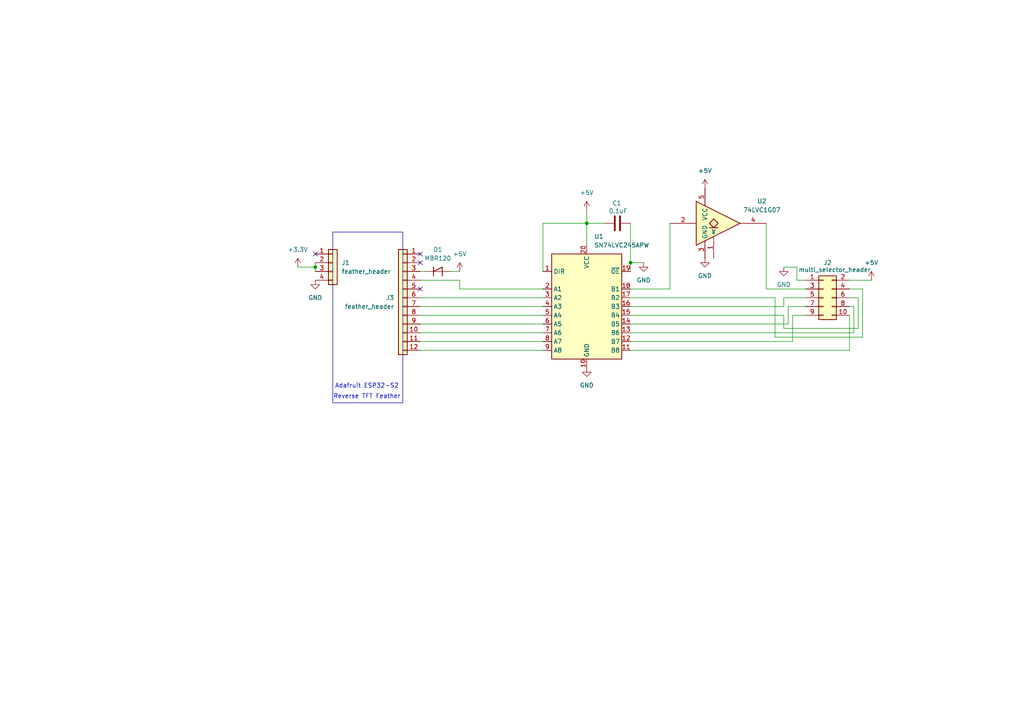
<source format=kicad_sch>
(kicad_sch
	(version 20250114)
	(generator "eeschema")
	(generator_version "9.0")
	(uuid "6a0221b3-4f18-4326-ad72-8b10c015d384")
	(paper "A4")
	(lib_symbols
		(symbol "74xGxx:74LVC1G07"
			(exclude_from_sim no)
			(in_bom yes)
			(on_board yes)
			(property "Reference" "U"
				(at 0 7.62 0)
				(effects
					(font
						(size 1.27 1.27)
					)
				)
			)
			(property "Value" "74LVC1G07"
				(at 3.81 -7.62 0)
				(effects
					(font
						(size 1.27 1.27)
					)
				)
			)
			(property "Footprint" ""
				(at 0 0 0)
				(effects
					(font
						(size 1.27 1.27)
					)
					(hide yes)
				)
			)
			(property "Datasheet" "https://www.ti.com/lit/ds/symlink/sn74lvc1g07.pdf"
				(at 0 0 0)
				(effects
					(font
						(size 1.27 1.27)
					)
					(hide yes)
				)
			)
			(property "Description" "Single Buffer Gate, Open Drain, Low-Voltage CMOS"
				(at 0 0 0)
				(effects
					(font
						(size 1.27 1.27)
					)
					(hide yes)
				)
			)
			(property "ki_keywords" "Single Gate Buff LVC CMOS Open Drain"
				(at 0 0 0)
				(effects
					(font
						(size 1.27 1.27)
					)
					(hide yes)
				)
			)
			(property "ki_fp_filters" "SOT?23* Texas?R-PDSO-G5?DCK* Texas?R-PDSO-N5?DRL* Texas?X2SON*0.8x0.8mm*P0.48mm*"
				(at 0 0 0)
				(effects
					(font
						(size 1.27 1.27)
					)
					(hide yes)
				)
			)
			(symbol "74LVC1G07_0_1"
				(polyline
					(pts
						(xy -7.62 6.35) (xy -7.62 -6.35) (xy 5.08 0) (xy -7.62 6.35)
					)
					(stroke
						(width 0.254)
						(type default)
					)
					(fill
						(type background)
					)
				)
				(polyline
					(pts
						(xy -3.81 -1.27) (xy -1.27 -1.27)
					)
					(stroke
						(width 0.254)
						(type default)
					)
					(fill
						(type background)
					)
				)
				(polyline
					(pts
						(xy -2.54 1.27) (xy -3.81 0) (xy -2.54 -1.27) (xy -1.27 0) (xy -2.54 1.27)
					)
					(stroke
						(width 0.254)
						(type default)
					)
					(fill
						(type background)
					)
				)
			)
			(symbol "74LVC1G07_1_1"
				(pin input line
					(at -15.24 0 0)
					(length 7.62)
					(name "~"
						(effects
							(font
								(size 1.27 1.27)
							)
						)
					)
					(number "2"
						(effects
							(font
								(size 1.27 1.27)
							)
						)
					)
				)
				(pin power_in line
					(at -5.08 10.16 270)
					(length 5.08)
					(name "VCC"
						(effects
							(font
								(size 1.27 1.27)
							)
						)
					)
					(number "5"
						(effects
							(font
								(size 1.27 1.27)
							)
						)
					)
				)
				(pin power_in line
					(at -5.08 -10.16 90)
					(length 5.08)
					(name "GND"
						(effects
							(font
								(size 1.27 1.27)
							)
						)
					)
					(number "3"
						(effects
							(font
								(size 1.27 1.27)
							)
						)
					)
				)
				(pin free line
					(at -2.54 -10.16 90)
					(length 6.35)
					(name "NC"
						(effects
							(font
								(size 0.762 0.762)
							)
						)
					)
					(number "1"
						(effects
							(font
								(size 1.27 1.27)
							)
						)
					)
				)
				(pin open_collector line
					(at 12.7 0 180)
					(length 7.62)
					(name "~"
						(effects
							(font
								(size 1.27 1.27)
							)
						)
					)
					(number "4"
						(effects
							(font
								(size 1.27 1.27)
							)
						)
					)
				)
			)
			(embedded_fonts no)
		)
		(symbol "Connector_Generic:Conn_01x04"
			(pin_names
				(offset 1.016)
				(hide yes)
			)
			(exclude_from_sim no)
			(in_bom yes)
			(on_board yes)
			(property "Reference" "J"
				(at 0 5.08 0)
				(effects
					(font
						(size 1.27 1.27)
					)
				)
			)
			(property "Value" "Conn_01x04"
				(at 0 -7.62 0)
				(effects
					(font
						(size 1.27 1.27)
					)
				)
			)
			(property "Footprint" ""
				(at 0 0 0)
				(effects
					(font
						(size 1.27 1.27)
					)
					(hide yes)
				)
			)
			(property "Datasheet" "~"
				(at 0 0 0)
				(effects
					(font
						(size 1.27 1.27)
					)
					(hide yes)
				)
			)
			(property "Description" "Generic connector, single row, 01x04, script generated (kicad-library-utils/schlib/autogen/connector/)"
				(at 0 0 0)
				(effects
					(font
						(size 1.27 1.27)
					)
					(hide yes)
				)
			)
			(property "ki_keywords" "connector"
				(at 0 0 0)
				(effects
					(font
						(size 1.27 1.27)
					)
					(hide yes)
				)
			)
			(property "ki_fp_filters" "Connector*:*_1x??_*"
				(at 0 0 0)
				(effects
					(font
						(size 1.27 1.27)
					)
					(hide yes)
				)
			)
			(symbol "Conn_01x04_1_1"
				(rectangle
					(start -1.27 3.81)
					(end 1.27 -6.35)
					(stroke
						(width 0.254)
						(type default)
					)
					(fill
						(type background)
					)
				)
				(rectangle
					(start -1.27 2.667)
					(end 0 2.413)
					(stroke
						(width 0.1524)
						(type default)
					)
					(fill
						(type none)
					)
				)
				(rectangle
					(start -1.27 0.127)
					(end 0 -0.127)
					(stroke
						(width 0.1524)
						(type default)
					)
					(fill
						(type none)
					)
				)
				(rectangle
					(start -1.27 -2.413)
					(end 0 -2.667)
					(stroke
						(width 0.1524)
						(type default)
					)
					(fill
						(type none)
					)
				)
				(rectangle
					(start -1.27 -4.953)
					(end 0 -5.207)
					(stroke
						(width 0.1524)
						(type default)
					)
					(fill
						(type none)
					)
				)
				(pin passive line
					(at -5.08 2.54 0)
					(length 3.81)
					(name "Pin_1"
						(effects
							(font
								(size 1.27 1.27)
							)
						)
					)
					(number "1"
						(effects
							(font
								(size 1.27 1.27)
							)
						)
					)
				)
				(pin passive line
					(at -5.08 0 0)
					(length 3.81)
					(name "Pin_2"
						(effects
							(font
								(size 1.27 1.27)
							)
						)
					)
					(number "2"
						(effects
							(font
								(size 1.27 1.27)
							)
						)
					)
				)
				(pin passive line
					(at -5.08 -2.54 0)
					(length 3.81)
					(name "Pin_3"
						(effects
							(font
								(size 1.27 1.27)
							)
						)
					)
					(number "3"
						(effects
							(font
								(size 1.27 1.27)
							)
						)
					)
				)
				(pin passive line
					(at -5.08 -5.08 0)
					(length 3.81)
					(name "Pin_4"
						(effects
							(font
								(size 1.27 1.27)
							)
						)
					)
					(number "4"
						(effects
							(font
								(size 1.27 1.27)
							)
						)
					)
				)
			)
			(embedded_fonts no)
		)
		(symbol "Connector_Generic:Conn_01x12"
			(pin_names
				(offset 1.016)
				(hide yes)
			)
			(exclude_from_sim no)
			(in_bom yes)
			(on_board yes)
			(property "Reference" "J"
				(at 0 15.24 0)
				(effects
					(font
						(size 1.27 1.27)
					)
				)
			)
			(property "Value" "Conn_01x12"
				(at 0 -17.78 0)
				(effects
					(font
						(size 1.27 1.27)
					)
				)
			)
			(property "Footprint" ""
				(at 0 0 0)
				(effects
					(font
						(size 1.27 1.27)
					)
					(hide yes)
				)
			)
			(property "Datasheet" "~"
				(at 0 0 0)
				(effects
					(font
						(size 1.27 1.27)
					)
					(hide yes)
				)
			)
			(property "Description" "Generic connector, single row, 01x12, script generated (kicad-library-utils/schlib/autogen/connector/)"
				(at 0 0 0)
				(effects
					(font
						(size 1.27 1.27)
					)
					(hide yes)
				)
			)
			(property "ki_keywords" "connector"
				(at 0 0 0)
				(effects
					(font
						(size 1.27 1.27)
					)
					(hide yes)
				)
			)
			(property "ki_fp_filters" "Connector*:*_1x??_*"
				(at 0 0 0)
				(effects
					(font
						(size 1.27 1.27)
					)
					(hide yes)
				)
			)
			(symbol "Conn_01x12_1_1"
				(rectangle
					(start -1.27 13.97)
					(end 1.27 -16.51)
					(stroke
						(width 0.254)
						(type default)
					)
					(fill
						(type background)
					)
				)
				(rectangle
					(start -1.27 12.827)
					(end 0 12.573)
					(stroke
						(width 0.1524)
						(type default)
					)
					(fill
						(type none)
					)
				)
				(rectangle
					(start -1.27 10.287)
					(end 0 10.033)
					(stroke
						(width 0.1524)
						(type default)
					)
					(fill
						(type none)
					)
				)
				(rectangle
					(start -1.27 7.747)
					(end 0 7.493)
					(stroke
						(width 0.1524)
						(type default)
					)
					(fill
						(type none)
					)
				)
				(rectangle
					(start -1.27 5.207)
					(end 0 4.953)
					(stroke
						(width 0.1524)
						(type default)
					)
					(fill
						(type none)
					)
				)
				(rectangle
					(start -1.27 2.667)
					(end 0 2.413)
					(stroke
						(width 0.1524)
						(type default)
					)
					(fill
						(type none)
					)
				)
				(rectangle
					(start -1.27 0.127)
					(end 0 -0.127)
					(stroke
						(width 0.1524)
						(type default)
					)
					(fill
						(type none)
					)
				)
				(rectangle
					(start -1.27 -2.413)
					(end 0 -2.667)
					(stroke
						(width 0.1524)
						(type default)
					)
					(fill
						(type none)
					)
				)
				(rectangle
					(start -1.27 -4.953)
					(end 0 -5.207)
					(stroke
						(width 0.1524)
						(type default)
					)
					(fill
						(type none)
					)
				)
				(rectangle
					(start -1.27 -7.493)
					(end 0 -7.747)
					(stroke
						(width 0.1524)
						(type default)
					)
					(fill
						(type none)
					)
				)
				(rectangle
					(start -1.27 -10.033)
					(end 0 -10.287)
					(stroke
						(width 0.1524)
						(type default)
					)
					(fill
						(type none)
					)
				)
				(rectangle
					(start -1.27 -12.573)
					(end 0 -12.827)
					(stroke
						(width 0.1524)
						(type default)
					)
					(fill
						(type none)
					)
				)
				(rectangle
					(start -1.27 -15.113)
					(end 0 -15.367)
					(stroke
						(width 0.1524)
						(type default)
					)
					(fill
						(type none)
					)
				)
				(pin passive line
					(at -5.08 12.7 0)
					(length 3.81)
					(name "Pin_1"
						(effects
							(font
								(size 1.27 1.27)
							)
						)
					)
					(number "1"
						(effects
							(font
								(size 1.27 1.27)
							)
						)
					)
				)
				(pin passive line
					(at -5.08 10.16 0)
					(length 3.81)
					(name "Pin_2"
						(effects
							(font
								(size 1.27 1.27)
							)
						)
					)
					(number "2"
						(effects
							(font
								(size 1.27 1.27)
							)
						)
					)
				)
				(pin passive line
					(at -5.08 7.62 0)
					(length 3.81)
					(name "Pin_3"
						(effects
							(font
								(size 1.27 1.27)
							)
						)
					)
					(number "3"
						(effects
							(font
								(size 1.27 1.27)
							)
						)
					)
				)
				(pin passive line
					(at -5.08 5.08 0)
					(length 3.81)
					(name "Pin_4"
						(effects
							(font
								(size 1.27 1.27)
							)
						)
					)
					(number "4"
						(effects
							(font
								(size 1.27 1.27)
							)
						)
					)
				)
				(pin passive line
					(at -5.08 2.54 0)
					(length 3.81)
					(name "Pin_5"
						(effects
							(font
								(size 1.27 1.27)
							)
						)
					)
					(number "5"
						(effects
							(font
								(size 1.27 1.27)
							)
						)
					)
				)
				(pin passive line
					(at -5.08 0 0)
					(length 3.81)
					(name "Pin_6"
						(effects
							(font
								(size 1.27 1.27)
							)
						)
					)
					(number "6"
						(effects
							(font
								(size 1.27 1.27)
							)
						)
					)
				)
				(pin passive line
					(at -5.08 -2.54 0)
					(length 3.81)
					(name "Pin_7"
						(effects
							(font
								(size 1.27 1.27)
							)
						)
					)
					(number "7"
						(effects
							(font
								(size 1.27 1.27)
							)
						)
					)
				)
				(pin passive line
					(at -5.08 -5.08 0)
					(length 3.81)
					(name "Pin_8"
						(effects
							(font
								(size 1.27 1.27)
							)
						)
					)
					(number "8"
						(effects
							(font
								(size 1.27 1.27)
							)
						)
					)
				)
				(pin passive line
					(at -5.08 -7.62 0)
					(length 3.81)
					(name "Pin_9"
						(effects
							(font
								(size 1.27 1.27)
							)
						)
					)
					(number "9"
						(effects
							(font
								(size 1.27 1.27)
							)
						)
					)
				)
				(pin passive line
					(at -5.08 -10.16 0)
					(length 3.81)
					(name "Pin_10"
						(effects
							(font
								(size 1.27 1.27)
							)
						)
					)
					(number "10"
						(effects
							(font
								(size 1.27 1.27)
							)
						)
					)
				)
				(pin passive line
					(at -5.08 -12.7 0)
					(length 3.81)
					(name "Pin_11"
						(effects
							(font
								(size 1.27 1.27)
							)
						)
					)
					(number "11"
						(effects
							(font
								(size 1.27 1.27)
							)
						)
					)
				)
				(pin passive line
					(at -5.08 -15.24 0)
					(length 3.81)
					(name "Pin_12"
						(effects
							(font
								(size 1.27 1.27)
							)
						)
					)
					(number "12"
						(effects
							(font
								(size 1.27 1.27)
							)
						)
					)
				)
			)
			(embedded_fonts no)
		)
		(symbol "Connector_Generic:Conn_02x05_Odd_Even"
			(pin_names
				(offset 1.016)
				(hide yes)
			)
			(exclude_from_sim no)
			(in_bom yes)
			(on_board yes)
			(property "Reference" "J"
				(at 1.27 7.62 0)
				(effects
					(font
						(size 1.27 1.27)
					)
				)
			)
			(property "Value" "Conn_02x05_Odd_Even"
				(at 1.27 -7.62 0)
				(effects
					(font
						(size 1.27 1.27)
					)
				)
			)
			(property "Footprint" ""
				(at 0 0 0)
				(effects
					(font
						(size 1.27 1.27)
					)
					(hide yes)
				)
			)
			(property "Datasheet" "~"
				(at 0 0 0)
				(effects
					(font
						(size 1.27 1.27)
					)
					(hide yes)
				)
			)
			(property "Description" "Generic connector, double row, 02x05, odd/even pin numbering scheme (row 1 odd numbers, row 2 even numbers), script generated (kicad-library-utils/schlib/autogen/connector/)"
				(at 0 0 0)
				(effects
					(font
						(size 1.27 1.27)
					)
					(hide yes)
				)
			)
			(property "ki_keywords" "connector"
				(at 0 0 0)
				(effects
					(font
						(size 1.27 1.27)
					)
					(hide yes)
				)
			)
			(property "ki_fp_filters" "Connector*:*_2x??_*"
				(at 0 0 0)
				(effects
					(font
						(size 1.27 1.27)
					)
					(hide yes)
				)
			)
			(symbol "Conn_02x05_Odd_Even_1_1"
				(rectangle
					(start -1.27 6.35)
					(end 3.81 -6.35)
					(stroke
						(width 0.254)
						(type default)
					)
					(fill
						(type background)
					)
				)
				(rectangle
					(start -1.27 5.207)
					(end 0 4.953)
					(stroke
						(width 0.1524)
						(type default)
					)
					(fill
						(type none)
					)
				)
				(rectangle
					(start -1.27 2.667)
					(end 0 2.413)
					(stroke
						(width 0.1524)
						(type default)
					)
					(fill
						(type none)
					)
				)
				(rectangle
					(start -1.27 0.127)
					(end 0 -0.127)
					(stroke
						(width 0.1524)
						(type default)
					)
					(fill
						(type none)
					)
				)
				(rectangle
					(start -1.27 -2.413)
					(end 0 -2.667)
					(stroke
						(width 0.1524)
						(type default)
					)
					(fill
						(type none)
					)
				)
				(rectangle
					(start -1.27 -4.953)
					(end 0 -5.207)
					(stroke
						(width 0.1524)
						(type default)
					)
					(fill
						(type none)
					)
				)
				(rectangle
					(start 3.81 5.207)
					(end 2.54 4.953)
					(stroke
						(width 0.1524)
						(type default)
					)
					(fill
						(type none)
					)
				)
				(rectangle
					(start 3.81 2.667)
					(end 2.54 2.413)
					(stroke
						(width 0.1524)
						(type default)
					)
					(fill
						(type none)
					)
				)
				(rectangle
					(start 3.81 0.127)
					(end 2.54 -0.127)
					(stroke
						(width 0.1524)
						(type default)
					)
					(fill
						(type none)
					)
				)
				(rectangle
					(start 3.81 -2.413)
					(end 2.54 -2.667)
					(stroke
						(width 0.1524)
						(type default)
					)
					(fill
						(type none)
					)
				)
				(rectangle
					(start 3.81 -4.953)
					(end 2.54 -5.207)
					(stroke
						(width 0.1524)
						(type default)
					)
					(fill
						(type none)
					)
				)
				(pin passive line
					(at -5.08 5.08 0)
					(length 3.81)
					(name "Pin_1"
						(effects
							(font
								(size 1.27 1.27)
							)
						)
					)
					(number "1"
						(effects
							(font
								(size 1.27 1.27)
							)
						)
					)
				)
				(pin passive line
					(at -5.08 2.54 0)
					(length 3.81)
					(name "Pin_3"
						(effects
							(font
								(size 1.27 1.27)
							)
						)
					)
					(number "3"
						(effects
							(font
								(size 1.27 1.27)
							)
						)
					)
				)
				(pin passive line
					(at -5.08 0 0)
					(length 3.81)
					(name "Pin_5"
						(effects
							(font
								(size 1.27 1.27)
							)
						)
					)
					(number "5"
						(effects
							(font
								(size 1.27 1.27)
							)
						)
					)
				)
				(pin passive line
					(at -5.08 -2.54 0)
					(length 3.81)
					(name "Pin_7"
						(effects
							(font
								(size 1.27 1.27)
							)
						)
					)
					(number "7"
						(effects
							(font
								(size 1.27 1.27)
							)
						)
					)
				)
				(pin passive line
					(at -5.08 -5.08 0)
					(length 3.81)
					(name "Pin_9"
						(effects
							(font
								(size 1.27 1.27)
							)
						)
					)
					(number "9"
						(effects
							(font
								(size 1.27 1.27)
							)
						)
					)
				)
				(pin passive line
					(at 7.62 5.08 180)
					(length 3.81)
					(name "Pin_2"
						(effects
							(font
								(size 1.27 1.27)
							)
						)
					)
					(number "2"
						(effects
							(font
								(size 1.27 1.27)
							)
						)
					)
				)
				(pin passive line
					(at 7.62 2.54 180)
					(length 3.81)
					(name "Pin_4"
						(effects
							(font
								(size 1.27 1.27)
							)
						)
					)
					(number "4"
						(effects
							(font
								(size 1.27 1.27)
							)
						)
					)
				)
				(pin passive line
					(at 7.62 0 180)
					(length 3.81)
					(name "Pin_6"
						(effects
							(font
								(size 1.27 1.27)
							)
						)
					)
					(number "6"
						(effects
							(font
								(size 1.27 1.27)
							)
						)
					)
				)
				(pin passive line
					(at 7.62 -2.54 180)
					(length 3.81)
					(name "Pin_8"
						(effects
							(font
								(size 1.27 1.27)
							)
						)
					)
					(number "8"
						(effects
							(font
								(size 1.27 1.27)
							)
						)
					)
				)
				(pin passive line
					(at 7.62 -5.08 180)
					(length 3.81)
					(name "Pin_10"
						(effects
							(font
								(size 1.27 1.27)
							)
						)
					)
					(number "10"
						(effects
							(font
								(size 1.27 1.27)
							)
						)
					)
				)
			)
			(embedded_fonts no)
		)
		(symbol "Device:C"
			(pin_numbers
				(hide yes)
			)
			(pin_names
				(offset 0.254)
			)
			(exclude_from_sim no)
			(in_bom yes)
			(on_board yes)
			(property "Reference" "C"
				(at 0.635 2.54 0)
				(effects
					(font
						(size 1.27 1.27)
					)
					(justify left)
				)
			)
			(property "Value" "C"
				(at 0.635 -2.54 0)
				(effects
					(font
						(size 1.27 1.27)
					)
					(justify left)
				)
			)
			(property "Footprint" ""
				(at 0.9652 -3.81 0)
				(effects
					(font
						(size 1.27 1.27)
					)
					(hide yes)
				)
			)
			(property "Datasheet" "~"
				(at 0 0 0)
				(effects
					(font
						(size 1.27 1.27)
					)
					(hide yes)
				)
			)
			(property "Description" "Unpolarized capacitor"
				(at 0 0 0)
				(effects
					(font
						(size 1.27 1.27)
					)
					(hide yes)
				)
			)
			(property "ki_keywords" "cap capacitor"
				(at 0 0 0)
				(effects
					(font
						(size 1.27 1.27)
					)
					(hide yes)
				)
			)
			(property "ki_fp_filters" "C_*"
				(at 0 0 0)
				(effects
					(font
						(size 1.27 1.27)
					)
					(hide yes)
				)
			)
			(symbol "C_0_1"
				(polyline
					(pts
						(xy -2.032 0.762) (xy 2.032 0.762)
					)
					(stroke
						(width 0.508)
						(type default)
					)
					(fill
						(type none)
					)
				)
				(polyline
					(pts
						(xy -2.032 -0.762) (xy 2.032 -0.762)
					)
					(stroke
						(width 0.508)
						(type default)
					)
					(fill
						(type none)
					)
				)
			)
			(symbol "C_1_1"
				(pin passive line
					(at 0 3.81 270)
					(length 2.794)
					(name "~"
						(effects
							(font
								(size 1.27 1.27)
							)
						)
					)
					(number "1"
						(effects
							(font
								(size 1.27 1.27)
							)
						)
					)
				)
				(pin passive line
					(at 0 -3.81 90)
					(length 2.794)
					(name "~"
						(effects
							(font
								(size 1.27 1.27)
							)
						)
					)
					(number "2"
						(effects
							(font
								(size 1.27 1.27)
							)
						)
					)
				)
			)
			(embedded_fonts no)
		)
		(symbol "Device:D_Shockley"
			(pin_numbers
				(hide yes)
			)
			(pin_names
				(offset 1.016)
				(hide yes)
			)
			(exclude_from_sim no)
			(in_bom yes)
			(on_board yes)
			(property "Reference" "D"
				(at 0 2.54 0)
				(effects
					(font
						(size 1.27 1.27)
					)
				)
			)
			(property "Value" "D_Shockley"
				(at 0 -2.54 0)
				(effects
					(font
						(size 1.27 1.27)
					)
				)
			)
			(property "Footprint" ""
				(at 0 0 0)
				(effects
					(font
						(size 1.27 1.27)
					)
					(hide yes)
				)
			)
			(property "Datasheet" "~"
				(at 0 0 0)
				(effects
					(font
						(size 1.27 1.27)
					)
					(hide yes)
				)
			)
			(property "Description" "Shockley (PNPN) diode"
				(at 0 0 0)
				(effects
					(font
						(size 1.27 1.27)
					)
					(hide yes)
				)
			)
			(property "ki_keywords" "Shockley diode PNPN"
				(at 0 0 0)
				(effects
					(font
						(size 1.27 1.27)
					)
					(hide yes)
				)
			)
			(property "ki_fp_filters" "TO-???* *_Diode_* *SingleDiode* D_*"
				(at 0 0 0)
				(effects
					(font
						(size 1.27 1.27)
					)
					(hide yes)
				)
			)
			(symbol "D_Shockley_0_1"
				(polyline
					(pts
						(xy -1.27 1.27) (xy -1.27 -1.27)
					)
					(stroke
						(width 0.254)
						(type default)
					)
					(fill
						(type none)
					)
				)
				(polyline
					(pts
						(xy -1.27 0) (xy 1.27 0)
					)
					(stroke
						(width 0)
						(type default)
					)
					(fill
						(type none)
					)
				)
				(polyline
					(pts
						(xy -1.27 0) (xy 1.27 1.27) (xy 1.27 -1.27)
					)
					(stroke
						(width 0.254)
						(type default)
					)
					(fill
						(type none)
					)
				)
			)
			(symbol "D_Shockley_1_1"
				(pin passive line
					(at -3.81 0 0)
					(length 2.54)
					(name "K"
						(effects
							(font
								(size 1.27 1.27)
							)
						)
					)
					(number "1"
						(effects
							(font
								(size 1.27 1.27)
							)
						)
					)
				)
				(pin passive line
					(at 3.81 0 180)
					(length 2.54)
					(name "A"
						(effects
							(font
								(size 1.27 1.27)
							)
						)
					)
					(number "2"
						(effects
							(font
								(size 1.27 1.27)
							)
						)
					)
				)
			)
			(embedded_fonts no)
		)
		(symbol "Logic_LevelTranslator:SN74LVC245APW"
			(exclude_from_sim no)
			(in_bom yes)
			(on_board yes)
			(property "Reference" "U"
				(at -10.16 17.78 0)
				(effects
					(font
						(size 1.27 1.27)
					)
				)
			)
			(property "Value" "SN74LVC245APW"
				(at 10.16 17.78 0)
				(effects
					(font
						(size 1.27 1.27)
					)
				)
			)
			(property "Footprint" "Package_SO:TSSOP-20_4.4x6.5mm_P0.65mm"
				(at 22.86 -16.51 0)
				(effects
					(font
						(size 1.27 1.27)
					)
					(hide yes)
				)
			)
			(property "Datasheet" "https://www.ti.com/lit/ds/scas218x/scas218x.pdf"
				(at -1.27 -6.35 0)
				(effects
					(font
						(size 1.27 1.27)
					)
					(hide yes)
				)
			)
			(property "Description" "8-Bit Single-Supply Bus Transceiver With 5V tolerant input voltage and 3-State Outputs 24mA, TSSOP-20"
				(at 0 0 0)
				(effects
					(font
						(size 1.27 1.27)
					)
					(hide yes)
				)
			)
			(property "ki_keywords" "Noninverting Bidirectional"
				(at 0 0 0)
				(effects
					(font
						(size 1.27 1.27)
					)
					(hide yes)
				)
			)
			(property "ki_fp_filters" "TSSOP*4.4x6.5mm*P0.65mm*"
				(at 0 0 0)
				(effects
					(font
						(size 1.27 1.27)
					)
					(hide yes)
				)
			)
			(symbol "SN74LVC245APW_0_1"
				(rectangle
					(start -10.16 15.24)
					(end 10.16 -15.24)
					(stroke
						(width 0.254)
						(type default)
					)
					(fill
						(type background)
					)
				)
			)
			(symbol "SN74LVC245APW_1_1"
				(pin input line
					(at -12.7 10.16 0)
					(length 2.54)
					(name "DIR"
						(effects
							(font
								(size 1.27 1.27)
							)
						)
					)
					(number "1"
						(effects
							(font
								(size 1.27 1.27)
							)
						)
					)
				)
				(pin bidirectional line
					(at -12.7 5.08 0)
					(length 2.54)
					(name "A1"
						(effects
							(font
								(size 1.27 1.27)
							)
						)
					)
					(number "2"
						(effects
							(font
								(size 1.27 1.27)
							)
						)
					)
				)
				(pin bidirectional line
					(at -12.7 2.54 0)
					(length 2.54)
					(name "A2"
						(effects
							(font
								(size 1.27 1.27)
							)
						)
					)
					(number "3"
						(effects
							(font
								(size 1.27 1.27)
							)
						)
					)
				)
				(pin bidirectional line
					(at -12.7 0 0)
					(length 2.54)
					(name "A3"
						(effects
							(font
								(size 1.27 1.27)
							)
						)
					)
					(number "4"
						(effects
							(font
								(size 1.27 1.27)
							)
						)
					)
				)
				(pin bidirectional line
					(at -12.7 -2.54 0)
					(length 2.54)
					(name "A4"
						(effects
							(font
								(size 1.27 1.27)
							)
						)
					)
					(number "5"
						(effects
							(font
								(size 1.27 1.27)
							)
						)
					)
				)
				(pin bidirectional line
					(at -12.7 -5.08 0)
					(length 2.54)
					(name "A5"
						(effects
							(font
								(size 1.27 1.27)
							)
						)
					)
					(number "6"
						(effects
							(font
								(size 1.27 1.27)
							)
						)
					)
				)
				(pin bidirectional line
					(at -12.7 -7.62 0)
					(length 2.54)
					(name "A6"
						(effects
							(font
								(size 1.27 1.27)
							)
						)
					)
					(number "7"
						(effects
							(font
								(size 1.27 1.27)
							)
						)
					)
				)
				(pin bidirectional line
					(at -12.7 -10.16 0)
					(length 2.54)
					(name "A7"
						(effects
							(font
								(size 1.27 1.27)
							)
						)
					)
					(number "8"
						(effects
							(font
								(size 1.27 1.27)
							)
						)
					)
				)
				(pin bidirectional line
					(at -12.7 -12.7 0)
					(length 2.54)
					(name "A8"
						(effects
							(font
								(size 1.27 1.27)
							)
						)
					)
					(number "9"
						(effects
							(font
								(size 1.27 1.27)
							)
						)
					)
				)
				(pin power_in line
					(at 0 17.78 270)
					(length 2.54)
					(name "VCC"
						(effects
							(font
								(size 1.27 1.27)
							)
						)
					)
					(number "20"
						(effects
							(font
								(size 1.27 1.27)
							)
						)
					)
				)
				(pin power_in line
					(at 0 -17.78 90)
					(length 2.54)
					(name "GND"
						(effects
							(font
								(size 1.27 1.27)
							)
						)
					)
					(number "10"
						(effects
							(font
								(size 1.27 1.27)
							)
						)
					)
				)
				(pin input line
					(at 12.7 10.16 180)
					(length 2.54)
					(name "~{OE}"
						(effects
							(font
								(size 1.27 1.27)
							)
						)
					)
					(number "19"
						(effects
							(font
								(size 1.27 1.27)
							)
						)
					)
				)
				(pin bidirectional line
					(at 12.7 5.08 180)
					(length 2.54)
					(name "B1"
						(effects
							(font
								(size 1.27 1.27)
							)
						)
					)
					(number "18"
						(effects
							(font
								(size 1.27 1.27)
							)
						)
					)
				)
				(pin bidirectional line
					(at 12.7 2.54 180)
					(length 2.54)
					(name "B2"
						(effects
							(font
								(size 1.27 1.27)
							)
						)
					)
					(number "17"
						(effects
							(font
								(size 1.27 1.27)
							)
						)
					)
				)
				(pin bidirectional line
					(at 12.7 0 180)
					(length 2.54)
					(name "B3"
						(effects
							(font
								(size 1.27 1.27)
							)
						)
					)
					(number "16"
						(effects
							(font
								(size 1.27 1.27)
							)
						)
					)
				)
				(pin bidirectional line
					(at 12.7 -2.54 180)
					(length 2.54)
					(name "B4"
						(effects
							(font
								(size 1.27 1.27)
							)
						)
					)
					(number "15"
						(effects
							(font
								(size 1.27 1.27)
							)
						)
					)
				)
				(pin bidirectional line
					(at 12.7 -5.08 180)
					(length 2.54)
					(name "B5"
						(effects
							(font
								(size 1.27 1.27)
							)
						)
					)
					(number "14"
						(effects
							(font
								(size 1.27 1.27)
							)
						)
					)
				)
				(pin bidirectional line
					(at 12.7 -7.62 180)
					(length 2.54)
					(name "B6"
						(effects
							(font
								(size 1.27 1.27)
							)
						)
					)
					(number "13"
						(effects
							(font
								(size 1.27 1.27)
							)
						)
					)
				)
				(pin bidirectional line
					(at 12.7 -10.16 180)
					(length 2.54)
					(name "B7"
						(effects
							(font
								(size 1.27 1.27)
							)
						)
					)
					(number "12"
						(effects
							(font
								(size 1.27 1.27)
							)
						)
					)
				)
				(pin bidirectional line
					(at 12.7 -12.7 180)
					(length 2.54)
					(name "B8"
						(effects
							(font
								(size 1.27 1.27)
							)
						)
					)
					(number "11"
						(effects
							(font
								(size 1.27 1.27)
							)
						)
					)
				)
			)
			(embedded_fonts no)
		)
		(symbol "power:+3.3V"
			(power)
			(pin_numbers
				(hide yes)
			)
			(pin_names
				(offset 0)
				(hide yes)
			)
			(exclude_from_sim no)
			(in_bom yes)
			(on_board yes)
			(property "Reference" "#PWR"
				(at 0 -3.81 0)
				(effects
					(font
						(size 1.27 1.27)
					)
					(hide yes)
				)
			)
			(property "Value" "+3.3V"
				(at 0 3.556 0)
				(effects
					(font
						(size 1.27 1.27)
					)
				)
			)
			(property "Footprint" ""
				(at 0 0 0)
				(effects
					(font
						(size 1.27 1.27)
					)
					(hide yes)
				)
			)
			(property "Datasheet" ""
				(at 0 0 0)
				(effects
					(font
						(size 1.27 1.27)
					)
					(hide yes)
				)
			)
			(property "Description" "Power symbol creates a global label with name \"+3.3V\""
				(at 0 0 0)
				(effects
					(font
						(size 1.27 1.27)
					)
					(hide yes)
				)
			)
			(property "ki_keywords" "global power"
				(at 0 0 0)
				(effects
					(font
						(size 1.27 1.27)
					)
					(hide yes)
				)
			)
			(symbol "+3.3V_0_1"
				(polyline
					(pts
						(xy -0.762 1.27) (xy 0 2.54)
					)
					(stroke
						(width 0)
						(type default)
					)
					(fill
						(type none)
					)
				)
				(polyline
					(pts
						(xy 0 2.54) (xy 0.762 1.27)
					)
					(stroke
						(width 0)
						(type default)
					)
					(fill
						(type none)
					)
				)
				(polyline
					(pts
						(xy 0 0) (xy 0 2.54)
					)
					(stroke
						(width 0)
						(type default)
					)
					(fill
						(type none)
					)
				)
			)
			(symbol "+3.3V_1_1"
				(pin power_in line
					(at 0 0 90)
					(length 0)
					(name "~"
						(effects
							(font
								(size 1.27 1.27)
							)
						)
					)
					(number "1"
						(effects
							(font
								(size 1.27 1.27)
							)
						)
					)
				)
			)
			(embedded_fonts no)
		)
		(symbol "power:+5V"
			(power)
			(pin_numbers
				(hide yes)
			)
			(pin_names
				(offset 0)
				(hide yes)
			)
			(exclude_from_sim no)
			(in_bom yes)
			(on_board yes)
			(property "Reference" "#PWR"
				(at 0 -3.81 0)
				(effects
					(font
						(size 1.27 1.27)
					)
					(hide yes)
				)
			)
			(property "Value" "+5V"
				(at 0 3.556 0)
				(effects
					(font
						(size 1.27 1.27)
					)
				)
			)
			(property "Footprint" ""
				(at 0 0 0)
				(effects
					(font
						(size 1.27 1.27)
					)
					(hide yes)
				)
			)
			(property "Datasheet" ""
				(at 0 0 0)
				(effects
					(font
						(size 1.27 1.27)
					)
					(hide yes)
				)
			)
			(property "Description" "Power symbol creates a global label with name \"+5V\""
				(at 0 0 0)
				(effects
					(font
						(size 1.27 1.27)
					)
					(hide yes)
				)
			)
			(property "ki_keywords" "global power"
				(at 0 0 0)
				(effects
					(font
						(size 1.27 1.27)
					)
					(hide yes)
				)
			)
			(symbol "+5V_0_1"
				(polyline
					(pts
						(xy -0.762 1.27) (xy 0 2.54)
					)
					(stroke
						(width 0)
						(type default)
					)
					(fill
						(type none)
					)
				)
				(polyline
					(pts
						(xy 0 2.54) (xy 0.762 1.27)
					)
					(stroke
						(width 0)
						(type default)
					)
					(fill
						(type none)
					)
				)
				(polyline
					(pts
						(xy 0 0) (xy 0 2.54)
					)
					(stroke
						(width 0)
						(type default)
					)
					(fill
						(type none)
					)
				)
			)
			(symbol "+5V_1_1"
				(pin power_in line
					(at 0 0 90)
					(length 0)
					(name "~"
						(effects
							(font
								(size 1.27 1.27)
							)
						)
					)
					(number "1"
						(effects
							(font
								(size 1.27 1.27)
							)
						)
					)
				)
			)
			(embedded_fonts no)
		)
		(symbol "power:GND"
			(power)
			(pin_numbers
				(hide yes)
			)
			(pin_names
				(offset 0)
				(hide yes)
			)
			(exclude_from_sim no)
			(in_bom yes)
			(on_board yes)
			(property "Reference" "#PWR"
				(at 0 -6.35 0)
				(effects
					(font
						(size 1.27 1.27)
					)
					(hide yes)
				)
			)
			(property "Value" "GND"
				(at 0 -3.81 0)
				(effects
					(font
						(size 1.27 1.27)
					)
				)
			)
			(property "Footprint" ""
				(at 0 0 0)
				(effects
					(font
						(size 1.27 1.27)
					)
					(hide yes)
				)
			)
			(property "Datasheet" ""
				(at 0 0 0)
				(effects
					(font
						(size 1.27 1.27)
					)
					(hide yes)
				)
			)
			(property "Description" "Power symbol creates a global label with name \"GND\" , ground"
				(at 0 0 0)
				(effects
					(font
						(size 1.27 1.27)
					)
					(hide yes)
				)
			)
			(property "ki_keywords" "global power"
				(at 0 0 0)
				(effects
					(font
						(size 1.27 1.27)
					)
					(hide yes)
				)
			)
			(symbol "GND_0_1"
				(polyline
					(pts
						(xy 0 0) (xy 0 -1.27) (xy 1.27 -1.27) (xy 0 -2.54) (xy -1.27 -1.27) (xy 0 -1.27)
					)
					(stroke
						(width 0)
						(type default)
					)
					(fill
						(type none)
					)
				)
			)
			(symbol "GND_1_1"
				(pin power_in line
					(at 0 0 270)
					(length 0)
					(name "~"
						(effects
							(font
								(size 1.27 1.27)
							)
						)
					)
					(number "1"
						(effects
							(font
								(size 1.27 1.27)
							)
						)
					)
				)
			)
			(embedded_fonts no)
		)
	)
	(rectangle
		(start 96.52 67.31)
		(end 116.84 116.84)
		(stroke
			(width 0)
			(type default)
		)
		(fill
			(type none)
		)
		(uuid 82ee7905-1aa3-4453-943d-6e3d588bb37f)
	)
	(text "Adafruit ESP32-S2"
		(exclude_from_sim no)
		(at 106.426 112.014 0)
		(effects
			(font
				(size 1.27 1.27)
			)
		)
		(uuid "0f6d5df8-a722-461c-b5a7-4f3cc915f9a3")
	)
	(text "Reverse TFT Feather"
		(exclude_from_sim no)
		(at 106.426 115.062 0)
		(effects
			(font
				(size 1.27 1.27)
			)
		)
		(uuid "d18d311c-f5b5-4330-8a3b-aa069aaa734f")
	)
	(junction
		(at 170.18 64.77)
		(diameter 0)
		(color 0 0 0 0)
		(uuid "0406d5fd-92ed-40c4-bf3a-b2d3f8af13f0")
	)
	(junction
		(at 182.88 76.2)
		(diameter 0)
		(color 0 0 0 0)
		(uuid "496c27fc-cded-48b6-9427-63007514f3fc")
	)
	(junction
		(at 91.44 77.47)
		(diameter 0)
		(color 0 0 0 0)
		(uuid "d992c5aa-ce9e-4261-8b32-2df8c68749f1")
	)
	(no_connect
		(at 121.92 73.66)
		(uuid "34e66c87-5612-47d1-baf0-f071b850d17e")
	)
	(no_connect
		(at 91.44 73.66)
		(uuid "815f68c3-48b8-4e48-964f-9b333abcf89b")
	)
	(no_connect
		(at 121.92 83.82)
		(uuid "a87b2b09-70dc-4a32-bbd8-e6ebbe5588c8")
	)
	(no_connect
		(at 121.92 76.2)
		(uuid "c56d309a-672f-44c3-ada0-70b6d4bc5058")
	)
	(wire
		(pts
			(xy 182.88 86.36) (xy 224.79 86.36)
		)
		(stroke
			(width 0)
			(type default)
		)
		(uuid "00e89a32-7a58-4066-b876-656e79d964b4")
	)
	(wire
		(pts
			(xy 182.88 99.06) (xy 229.87 99.06)
		)
		(stroke
			(width 0)
			(type default)
		)
		(uuid "016e1231-f40c-4644-8543-8a839e6f852b")
	)
	(wire
		(pts
			(xy 182.88 78.74) (xy 182.88 76.2)
		)
		(stroke
			(width 0)
			(type default)
		)
		(uuid "0212bf19-0bb1-4dde-8582-4403e9641469")
	)
	(wire
		(pts
			(xy 250.19 83.82) (xy 246.38 83.82)
		)
		(stroke
			(width 0)
			(type default)
		)
		(uuid "09d3399b-3cd1-4eca-805c-136c7946c356")
	)
	(wire
		(pts
			(xy 182.88 88.9) (xy 227.33 88.9)
		)
		(stroke
			(width 0)
			(type default)
		)
		(uuid "0f92cbbb-7ddf-4eaa-9dc7-85013bb83c06")
	)
	(wire
		(pts
			(xy 86.36 77.47) (xy 91.44 77.47)
		)
		(stroke
			(width 0)
			(type default)
		)
		(uuid "183b8c63-112e-4947-aab4-2bed550198ea")
	)
	(wire
		(pts
			(xy 182.88 64.77) (xy 182.88 76.2)
		)
		(stroke
			(width 0)
			(type default)
		)
		(uuid "1daeeb9b-f634-40c8-b143-ff9003048251")
	)
	(wire
		(pts
			(xy 170.18 60.96) (xy 170.18 64.77)
		)
		(stroke
			(width 0)
			(type default)
		)
		(uuid "1f49a97c-2457-4892-9ae6-bf057f96a686")
	)
	(wire
		(pts
			(xy 121.92 99.06) (xy 157.48 99.06)
		)
		(stroke
			(width 0)
			(type default)
		)
		(uuid "2092e520-4eab-4ff8-abee-7feb245bd7e5")
	)
	(wire
		(pts
			(xy 194.31 83.82) (xy 194.31 64.77)
		)
		(stroke
			(width 0)
			(type default)
		)
		(uuid "225e723a-cddd-41b6-b565-75bf465aa853")
	)
	(wire
		(pts
			(xy 130.81 78.74) (xy 133.35 78.74)
		)
		(stroke
			(width 0)
			(type default)
		)
		(uuid "2662bfe2-6b25-4d10-a732-5dc98f78b91d")
	)
	(wire
		(pts
			(xy 121.92 88.9) (xy 157.48 88.9)
		)
		(stroke
			(width 0)
			(type default)
		)
		(uuid "2bd44dce-e9e2-4f51-b91f-34179f341b3b")
	)
	(wire
		(pts
			(xy 91.44 77.47) (xy 91.44 78.74)
		)
		(stroke
			(width 0)
			(type default)
		)
		(uuid "2d10da8e-5a75-4aee-afc6-dca3e2d8cb57")
	)
	(wire
		(pts
			(xy 224.79 97.79) (xy 250.19 97.79)
		)
		(stroke
			(width 0)
			(type default)
		)
		(uuid "2e246af7-d227-41fe-a017-f3a37719049b")
	)
	(wire
		(pts
			(xy 247.65 88.9) (xy 246.38 88.9)
		)
		(stroke
			(width 0)
			(type default)
		)
		(uuid "3251b2ef-1163-4c3f-ab54-b99c61709c46")
	)
	(wire
		(pts
			(xy 182.88 76.2) (xy 186.69 76.2)
		)
		(stroke
			(width 0)
			(type default)
		)
		(uuid "338d3bc8-e651-49e2-a39a-97cb64c31999")
	)
	(wire
		(pts
			(xy 222.25 83.82) (xy 233.68 83.82)
		)
		(stroke
			(width 0)
			(type default)
		)
		(uuid "361bac2b-2a03-4441-9670-49d995ea8df2")
	)
	(wire
		(pts
			(xy 248.92 86.36) (xy 246.38 86.36)
		)
		(stroke
			(width 0)
			(type default)
		)
		(uuid "37a59511-e96b-4a7c-8338-1d26f1c635b7")
	)
	(wire
		(pts
			(xy 170.18 64.77) (xy 170.18 71.12)
		)
		(stroke
			(width 0)
			(type default)
		)
		(uuid "45270952-5eb1-40bd-a465-26d760959df3")
	)
	(wire
		(pts
			(xy 231.14 81.28) (xy 233.68 81.28)
		)
		(stroke
			(width 0)
			(type default)
		)
		(uuid "4878c30c-b03a-4a6a-8824-b8b3e4474c3f")
	)
	(wire
		(pts
			(xy 121.92 86.36) (xy 157.48 86.36)
		)
		(stroke
			(width 0)
			(type default)
		)
		(uuid "4c9340d2-352b-41ac-b010-c49b7cae3433")
	)
	(wire
		(pts
			(xy 227.33 86.36) (xy 233.68 86.36)
		)
		(stroke
			(width 0)
			(type default)
		)
		(uuid "4fbdbab8-912f-46fd-badc-3b36eeb010cd")
	)
	(wire
		(pts
			(xy 121.92 96.52) (xy 157.48 96.52)
		)
		(stroke
			(width 0)
			(type default)
		)
		(uuid "506610c8-7a1f-4420-b383-cf07231be98e")
	)
	(wire
		(pts
			(xy 224.79 86.36) (xy 224.79 97.79)
		)
		(stroke
			(width 0)
			(type default)
		)
		(uuid "54b59b49-622e-4da1-b61b-1a5f293b3603")
	)
	(wire
		(pts
			(xy 229.87 99.06) (xy 229.87 91.44)
		)
		(stroke
			(width 0)
			(type default)
		)
		(uuid "6606fc4a-5657-4326-bba3-25792235482a")
	)
	(wire
		(pts
			(xy 157.48 78.74) (xy 157.48 64.77)
		)
		(stroke
			(width 0)
			(type default)
		)
		(uuid "685c8d35-8283-4117-b291-50dbfa4ec596")
	)
	(wire
		(pts
			(xy 248.92 95.25) (xy 248.92 86.36)
		)
		(stroke
			(width 0)
			(type default)
		)
		(uuid "6b3ecbf4-5faf-4f11-8f82-b6ed3986d725")
	)
	(wire
		(pts
			(xy 182.88 96.52) (xy 247.65 96.52)
		)
		(stroke
			(width 0)
			(type default)
		)
		(uuid "6f177b4a-63ef-4bba-9143-a5e401ddc260")
	)
	(wire
		(pts
			(xy 182.88 83.82) (xy 194.31 83.82)
		)
		(stroke
			(width 0)
			(type default)
		)
		(uuid "6f7394d0-f55f-47c4-94ff-425fdec48493")
	)
	(wire
		(pts
			(xy 123.19 78.74) (xy 121.92 78.74)
		)
		(stroke
			(width 0)
			(type default)
		)
		(uuid "70214ca2-69e4-4a47-bc5f-df6241e01793")
	)
	(wire
		(pts
			(xy 227.33 95.25) (xy 248.92 95.25)
		)
		(stroke
			(width 0)
			(type default)
		)
		(uuid "75c700f7-35ed-478f-a49b-cdfd9a4f8eb6")
	)
	(wire
		(pts
			(xy 121.92 93.98) (xy 157.48 93.98)
		)
		(stroke
			(width 0)
			(type default)
		)
		(uuid "76cf44c6-e48b-4c9d-9bbe-854284539e6c")
	)
	(wire
		(pts
			(xy 246.38 81.28) (xy 252.73 81.28)
		)
		(stroke
			(width 0)
			(type default)
		)
		(uuid "7e050dbf-47e0-4bd6-b091-6d01f7dd094d")
	)
	(wire
		(pts
			(xy 121.92 81.28) (xy 133.35 81.28)
		)
		(stroke
			(width 0)
			(type default)
		)
		(uuid "91c109b2-e413-4820-ac27-6b898507c15d")
	)
	(wire
		(pts
			(xy 227.33 77.47) (xy 231.14 77.47)
		)
		(stroke
			(width 0)
			(type default)
		)
		(uuid "9cd7b5ea-0b29-4d77-895a-4dfeea8672e6")
	)
	(wire
		(pts
			(xy 228.6 88.9) (xy 233.68 88.9)
		)
		(stroke
			(width 0)
			(type default)
		)
		(uuid "a380786d-d5e1-4104-b877-88be095e84ad")
	)
	(wire
		(pts
			(xy 121.92 101.6) (xy 157.48 101.6)
		)
		(stroke
			(width 0)
			(type default)
		)
		(uuid "a4f09d80-630d-49e4-beeb-88109560965b")
	)
	(wire
		(pts
			(xy 182.88 101.6) (xy 246.38 101.6)
		)
		(stroke
			(width 0)
			(type default)
		)
		(uuid "a640d521-51ac-432a-a3ff-97aa8a7917c9")
	)
	(wire
		(pts
			(xy 133.35 83.82) (xy 157.48 83.82)
		)
		(stroke
			(width 0)
			(type default)
		)
		(uuid "a64cd7dd-6466-4ad9-b1b6-5e5406b667cf")
	)
	(wire
		(pts
			(xy 182.88 93.98) (xy 228.6 93.98)
		)
		(stroke
			(width 0)
			(type default)
		)
		(uuid "a80c3176-06da-4f5e-ac4b-551496856b52")
	)
	(wire
		(pts
			(xy 133.35 81.28) (xy 133.35 83.82)
		)
		(stroke
			(width 0)
			(type default)
		)
		(uuid "a8dd3365-e185-45f0-a4c7-c9309c0290be")
	)
	(wire
		(pts
			(xy 91.44 76.2) (xy 91.44 77.47)
		)
		(stroke
			(width 0)
			(type default)
		)
		(uuid "b87e52e1-930c-49a1-ae24-854ffd459a22")
	)
	(wire
		(pts
			(xy 121.92 91.44) (xy 157.48 91.44)
		)
		(stroke
			(width 0)
			(type default)
		)
		(uuid "b8d5f40b-585b-468c-ba00-518d6e7e85fd")
	)
	(wire
		(pts
			(xy 182.88 91.44) (xy 227.33 91.44)
		)
		(stroke
			(width 0)
			(type default)
		)
		(uuid "bf23be7d-a98f-426a-b4a8-eb7785c7bb3b")
	)
	(wire
		(pts
			(xy 227.33 91.44) (xy 227.33 95.25)
		)
		(stroke
			(width 0)
			(type default)
		)
		(uuid "c1f43fb5-b5c3-4f34-8f96-e8d953249da2")
	)
	(wire
		(pts
			(xy 229.87 91.44) (xy 233.68 91.44)
		)
		(stroke
			(width 0)
			(type default)
		)
		(uuid "c63ffed5-2641-4b2f-b697-e05f996486f9")
	)
	(wire
		(pts
			(xy 222.25 64.77) (xy 222.25 83.82)
		)
		(stroke
			(width 0)
			(type default)
		)
		(uuid "c8f8b826-1d29-45b3-a384-069f009a0f13")
	)
	(wire
		(pts
			(xy 228.6 93.98) (xy 228.6 88.9)
		)
		(stroke
			(width 0)
			(type default)
		)
		(uuid "d4497040-11ae-474e-8801-62f97c6e0f92")
	)
	(wire
		(pts
			(xy 247.65 96.52) (xy 247.65 88.9)
		)
		(stroke
			(width 0)
			(type default)
		)
		(uuid "d752782a-e71c-4bc5-a4ff-c3f488c81371")
	)
	(wire
		(pts
			(xy 231.14 77.47) (xy 231.14 81.28)
		)
		(stroke
			(width 0)
			(type default)
		)
		(uuid "e177d1f0-20df-4f70-93d4-2d15bf582829")
	)
	(wire
		(pts
			(xy 246.38 101.6) (xy 246.38 91.44)
		)
		(stroke
			(width 0)
			(type default)
		)
		(uuid "e623d631-3e78-404a-9feb-a028c948099f")
	)
	(wire
		(pts
			(xy 250.19 97.79) (xy 250.19 83.82)
		)
		(stroke
			(width 0)
			(type default)
		)
		(uuid "f12f72f8-dffe-4933-955b-32a41b1d2b8d")
	)
	(wire
		(pts
			(xy 227.33 88.9) (xy 227.33 86.36)
		)
		(stroke
			(width 0)
			(type default)
		)
		(uuid "f2df30ed-08a9-4270-a6ec-bac1145a65d7")
	)
	(wire
		(pts
			(xy 157.48 64.77) (xy 170.18 64.77)
		)
		(stroke
			(width 0)
			(type default)
		)
		(uuid "f5e21684-8f84-402a-ba2c-b5e1426568d0")
	)
	(wire
		(pts
			(xy 170.18 64.77) (xy 175.26 64.77)
		)
		(stroke
			(width 0)
			(type default)
		)
		(uuid "f92ead83-a20a-4fa8-984c-5e252f6dc7cc")
	)
	(symbol
		(lib_id "power:GND")
		(at 186.69 76.2 0)
		(unit 1)
		(exclude_from_sim no)
		(in_bom yes)
		(on_board yes)
		(dnp no)
		(fields_autoplaced yes)
		(uuid "00145777-6ae5-407e-91d3-a72ffdf9c8df")
		(property "Reference" "#PWR08"
			(at 186.69 82.55 0)
			(effects
				(font
					(size 1.27 1.27)
				)
				(hide yes)
			)
		)
		(property "Value" "GND"
			(at 186.69 81.28 0)
			(effects
				(font
					(size 1.27 1.27)
				)
			)
		)
		(property "Footprint" ""
			(at 186.69 76.2 0)
			(effects
				(font
					(size 1.27 1.27)
				)
				(hide yes)
			)
		)
		(property "Datasheet" ""
			(at 186.69 76.2 0)
			(effects
				(font
					(size 1.27 1.27)
				)
				(hide yes)
			)
		)
		(property "Description" "Power symbol creates a global label with name \"GND\" , ground"
			(at 186.69 76.2 0)
			(effects
				(font
					(size 1.27 1.27)
				)
				(hide yes)
			)
		)
		(pin "1"
			(uuid "bd464611-58fe-4d08-9c29-f1c7a5822b61")
		)
		(instances
			(project "caertf-ms"
				(path "/6a0221b3-4f18-4326-ad72-8b10c015d384"
					(reference "#PWR08")
					(unit 1)
				)
			)
		)
	)
	(symbol
		(lib_id "power:GND")
		(at 204.47 74.93 0)
		(unit 1)
		(exclude_from_sim no)
		(in_bom yes)
		(on_board yes)
		(dnp no)
		(fields_autoplaced yes)
		(uuid "220903d9-c822-463a-8e24-235fe274b892")
		(property "Reference" "#PWR09"
			(at 204.47 81.28 0)
			(effects
				(font
					(size 1.27 1.27)
				)
				(hide yes)
			)
		)
		(property "Value" "GND"
			(at 204.47 80.01 0)
			(effects
				(font
					(size 1.27 1.27)
				)
			)
		)
		(property "Footprint" ""
			(at 204.47 74.93 0)
			(effects
				(font
					(size 1.27 1.27)
				)
				(hide yes)
			)
		)
		(property "Datasheet" ""
			(at 204.47 74.93 0)
			(effects
				(font
					(size 1.27 1.27)
				)
				(hide yes)
			)
		)
		(property "Description" "Power symbol creates a global label with name \"GND\" , ground"
			(at 204.47 74.93 0)
			(effects
				(font
					(size 1.27 1.27)
				)
				(hide yes)
			)
		)
		(pin "1"
			(uuid "443300d3-d306-43e4-a014-50f15ad93908")
		)
		(instances
			(project "caertf-ms"
				(path "/6a0221b3-4f18-4326-ad72-8b10c015d384"
					(reference "#PWR09")
					(unit 1)
				)
			)
		)
	)
	(symbol
		(lib_id "Connector_Generic:Conn_01x04")
		(at 96.52 76.2 0)
		(unit 1)
		(exclude_from_sim no)
		(in_bom yes)
		(on_board yes)
		(dnp no)
		(fields_autoplaced yes)
		(uuid "4a51901a-676f-4d6a-8653-3b24065cfe68")
		(property "Reference" "J1"
			(at 99.06 76.1999 0)
			(effects
				(font
					(size 1.27 1.27)
				)
				(justify left)
			)
		)
		(property "Value" "feather_header"
			(at 99.06 78.7399 0)
			(effects
				(font
					(size 1.27 1.27)
				)
				(justify left)
			)
		)
		(property "Footprint" "Connector_PinSocket_2.54mm:PinSocket_1x04_P2.54mm_Vertical"
			(at 96.52 76.2 0)
			(effects
				(font
					(size 1.27 1.27)
				)
				(hide yes)
			)
		)
		(property "Datasheet" "~"
			(at 96.52 76.2 0)
			(effects
				(font
					(size 1.27 1.27)
				)
				(hide yes)
			)
		)
		(property "Description" "Generic connector, single row, 01x04, script generated (kicad-library-utils/schlib/autogen/connector/)"
			(at 96.52 76.2 0)
			(effects
				(font
					(size 1.27 1.27)
				)
				(hide yes)
			)
		)
		(property "JLCPCB Part #" "C7509546"
			(at 96.52 76.2 0)
			(effects
				(font
					(size 1.27 1.27)
				)
				(hide yes)
			)
		)
		(pin "2"
			(uuid "f1785a02-0cf1-47e3-870d-0c05544342bb")
		)
		(pin "1"
			(uuid "9570ee06-338e-4f79-9480-50d0a7e891b8")
		)
		(pin "3"
			(uuid "21785b5c-8dc1-4e7a-94c2-13ca33b915f6")
		)
		(pin "4"
			(uuid "cd9dd6d3-7ce6-49db-8438-0fe3c9738c8d")
		)
		(instances
			(project ""
				(path "/6a0221b3-4f18-4326-ad72-8b10c015d384"
					(reference "J1")
					(unit 1)
				)
			)
		)
	)
	(symbol
		(lib_id "power:GND")
		(at 227.33 77.47 0)
		(unit 1)
		(exclude_from_sim no)
		(in_bom yes)
		(on_board yes)
		(dnp no)
		(fields_autoplaced yes)
		(uuid "4bebdbdd-1d3b-4a49-a9e5-694237b59d6c")
		(property "Reference" "#PWR07"
			(at 227.33 83.82 0)
			(effects
				(font
					(size 1.27 1.27)
				)
				(hide yes)
			)
		)
		(property "Value" "GND"
			(at 227.33 82.55 0)
			(effects
				(font
					(size 1.27 1.27)
				)
			)
		)
		(property "Footprint" ""
			(at 227.33 77.47 0)
			(effects
				(font
					(size 1.27 1.27)
				)
				(hide yes)
			)
		)
		(property "Datasheet" ""
			(at 227.33 77.47 0)
			(effects
				(font
					(size 1.27 1.27)
				)
				(hide yes)
			)
		)
		(property "Description" "Power symbol creates a global label with name \"GND\" , ground"
			(at 227.33 77.47 0)
			(effects
				(font
					(size 1.27 1.27)
				)
				(hide yes)
			)
		)
		(pin "1"
			(uuid "35a66a41-df04-4f8c-ab7a-ff25ab885b3c")
		)
		(instances
			(project "caertf-ms"
				(path "/6a0221b3-4f18-4326-ad72-8b10c015d384"
					(reference "#PWR07")
					(unit 1)
				)
			)
		)
	)
	(symbol
		(lib_id "Connector_Generic:Conn_01x12")
		(at 116.84 86.36 0)
		(mirror y)
		(unit 1)
		(exclude_from_sim no)
		(in_bom yes)
		(on_board yes)
		(dnp no)
		(uuid "545f819f-1284-4b99-8509-537099cd608f")
		(property "Reference" "J3"
			(at 114.3 86.3599 0)
			(effects
				(font
					(size 1.27 1.27)
				)
				(justify left)
			)
		)
		(property "Value" "feather_header"
			(at 114.3 88.8999 0)
			(effects
				(font
					(size 1.27 1.27)
				)
				(justify left)
			)
		)
		(property "Footprint" "Connector_PinSocket_2.54mm:PinSocket_1x12_P2.54mm_Vertical"
			(at 116.84 86.36 0)
			(effects
				(font
					(size 1.27 1.27)
				)
				(hide yes)
			)
		)
		(property "Datasheet" "~"
			(at 116.84 86.36 0)
			(effects
				(font
					(size 1.27 1.27)
				)
				(hide yes)
			)
		)
		(property "Description" "Generic connector, single row, 01x12, script generated (kicad-library-utils/schlib/autogen/connector/)"
			(at 116.84 86.36 0)
			(effects
				(font
					(size 1.27 1.27)
				)
				(hide yes)
			)
		)
		(property "JLCPCB Part #" "C25687189"
			(at 116.84 86.36 0)
			(effects
				(font
					(size 1.27 1.27)
				)
				(hide yes)
			)
		)
		(pin "12"
			(uuid "b9d094d5-c5d7-4050-9120-3f01097a37ef")
		)
		(pin "5"
			(uuid "4e068f93-2ee4-446b-bc27-c71d4cbe15bb")
		)
		(pin "3"
			(uuid "5549fc25-5647-465e-a74a-4c5b4317dfc4")
		)
		(pin "1"
			(uuid "45cbf29a-df20-495f-ab1d-8b73fb3af2b9")
		)
		(pin "8"
			(uuid "358a8392-264b-40b9-8ea6-eabc2e9ce3a1")
		)
		(pin "4"
			(uuid "318304cf-c4b1-428e-b7d4-55d60299feb6")
		)
		(pin "6"
			(uuid "79480c15-5f8e-4a7e-91f1-a09ee794996f")
		)
		(pin "2"
			(uuid "12e4f151-ee0b-4231-9872-928a050f623f")
		)
		(pin "9"
			(uuid "01e221af-ce8e-4d85-8319-b0144a7527f4")
		)
		(pin "7"
			(uuid "5f059c9f-fe2e-4268-8bd0-003a99805b9b")
		)
		(pin "11"
			(uuid "15f309a4-14ca-4133-893a-a03d49ee109c")
		)
		(pin "10"
			(uuid "b030c3af-65ab-4fd0-8f2f-60abbed132f2")
		)
		(instances
			(project ""
				(path "/6a0221b3-4f18-4326-ad72-8b10c015d384"
					(reference "J3")
					(unit 1)
				)
			)
		)
	)
	(symbol
		(lib_id "power:+5V")
		(at 204.47 54.61 0)
		(unit 1)
		(exclude_from_sim no)
		(in_bom yes)
		(on_board yes)
		(dnp no)
		(fields_autoplaced yes)
		(uuid "5528c76d-e573-4592-9d14-f355a07a0aec")
		(property "Reference" "#PWR06"
			(at 204.47 58.42 0)
			(effects
				(font
					(size 1.27 1.27)
				)
				(hide yes)
			)
		)
		(property "Value" "+5V"
			(at 204.47 49.53 0)
			(effects
				(font
					(size 1.27 1.27)
				)
			)
		)
		(property "Footprint" ""
			(at 204.47 54.61 0)
			(effects
				(font
					(size 1.27 1.27)
				)
				(hide yes)
			)
		)
		(property "Datasheet" ""
			(at 204.47 54.61 0)
			(effects
				(font
					(size 1.27 1.27)
				)
				(hide yes)
			)
		)
		(property "Description" "Power symbol creates a global label with name \"+5V\""
			(at 204.47 54.61 0)
			(effects
				(font
					(size 1.27 1.27)
				)
				(hide yes)
			)
		)
		(pin "1"
			(uuid "e788da35-a9e6-45f1-86bf-d10d2449414e")
		)
		(instances
			(project "caertf-ms"
				(path "/6a0221b3-4f18-4326-ad72-8b10c015d384"
					(reference "#PWR06")
					(unit 1)
				)
			)
		)
	)
	(symbol
		(lib_id "Connector_Generic:Conn_02x05_Odd_Even")
		(at 238.76 86.36 0)
		(unit 1)
		(exclude_from_sim no)
		(in_bom yes)
		(on_board yes)
		(dnp no)
		(uuid "675abed1-8105-42cc-9e1d-d2a1e9fdc6c7")
		(property "Reference" "J2"
			(at 240.03 76.2 0)
			(effects
				(font
					(size 1.27 1.27)
				)
			)
		)
		(property "Value" "multi_selector_header"
			(at 242.062 78.232 0)
			(effects
				(font
					(size 1.27 1.27)
				)
			)
		)
		(property "Footprint" "Connector_PinHeader_2.54mm:PinHeader_2x05_P2.54mm_Horizontal"
			(at 238.76 86.36 0)
			(effects
				(font
					(size 1.27 1.27)
				)
				(hide yes)
			)
		)
		(property "Datasheet" "~"
			(at 238.76 86.36 0)
			(effects
				(font
					(size 1.27 1.27)
				)
				(hide yes)
			)
		)
		(property "Description" "Generic connector, double row, 02x05, odd/even pin numbering scheme (row 1 odd numbers, row 2 even numbers), script generated (kicad-library-utils/schlib/autogen/connector/)"
			(at 238.76 86.36 0)
			(effects
				(font
					(size 1.27 1.27)
				)
				(hide yes)
			)
		)
		(property "JLCPCB Part #" "C2682217"
			(at 238.76 86.36 0)
			(effects
				(font
					(size 1.27 1.27)
				)
				(hide yes)
			)
		)
		(pin "10"
			(uuid "66a72444-000f-4c40-a062-49437a55fd30")
		)
		(pin "8"
			(uuid "d80a9d19-ad8e-4462-9c37-b114a55224b2")
		)
		(pin "2"
			(uuid "e331bab2-f6c6-4f88-8e01-d23806bc8b6c")
		)
		(pin "5"
			(uuid "8a91530f-79f4-43b6-9146-c0b4702cb022")
		)
		(pin "7"
			(uuid "c273299f-f697-4fa0-9c8d-e4488abe77f6")
		)
		(pin "3"
			(uuid "da7e88bf-ee09-47c5-8caa-34a851bd54a3")
		)
		(pin "4"
			(uuid "3fd78dd2-7da9-45bd-ae21-83011272c8dd")
		)
		(pin "1"
			(uuid "3e3037e6-0d35-4f55-ba0f-dca8aa8c0eb2")
		)
		(pin "9"
			(uuid "fe007cfd-321c-4235-b371-b7a9aad9ed2f")
		)
		(pin "6"
			(uuid "5d463d55-88b8-436d-91df-17de8535d304")
		)
		(instances
			(project ""
				(path "/6a0221b3-4f18-4326-ad72-8b10c015d384"
					(reference "J2")
					(unit 1)
				)
			)
		)
	)
	(symbol
		(lib_id "power:+3.3V")
		(at 86.36 77.47 0)
		(unit 1)
		(exclude_from_sim no)
		(in_bom yes)
		(on_board yes)
		(dnp no)
		(fields_autoplaced yes)
		(uuid "829c08ba-8066-4e1f-8591-2fd7d2eaa5ae")
		(property "Reference" "#PWR02"
			(at 86.36 81.28 0)
			(effects
				(font
					(size 1.27 1.27)
				)
				(hide yes)
			)
		)
		(property "Value" "+3.3V"
			(at 86.36 72.39 0)
			(effects
				(font
					(size 1.27 1.27)
				)
			)
		)
		(property "Footprint" ""
			(at 86.36 77.47 0)
			(effects
				(font
					(size 1.27 1.27)
				)
				(hide yes)
			)
		)
		(property "Datasheet" ""
			(at 86.36 77.47 0)
			(effects
				(font
					(size 1.27 1.27)
				)
				(hide yes)
			)
		)
		(property "Description" "Power symbol creates a global label with name \"+3.3V\""
			(at 86.36 77.47 0)
			(effects
				(font
					(size 1.27 1.27)
				)
				(hide yes)
			)
		)
		(pin "1"
			(uuid "23193576-e822-402d-a5ed-6e1c08cbba98")
		)
		(instances
			(project ""
				(path "/6a0221b3-4f18-4326-ad72-8b10c015d384"
					(reference "#PWR02")
					(unit 1)
				)
			)
		)
	)
	(symbol
		(lib_id "74xGxx:74LVC1G07")
		(at 209.55 64.77 0)
		(unit 1)
		(exclude_from_sim no)
		(in_bom yes)
		(on_board yes)
		(dnp no)
		(fields_autoplaced yes)
		(uuid "92983790-c3b1-4666-b7ca-7f3fe32827ef")
		(property "Reference" "U2"
			(at 220.98 58.3498 0)
			(effects
				(font
					(size 1.27 1.27)
				)
			)
		)
		(property "Value" "74LVC1G07"
			(at 220.98 60.8898 0)
			(effects
				(font
					(size 1.27 1.27)
				)
			)
		)
		(property "Footprint" "Package_TO_SOT_SMD:SOT-23-5"
			(at 209.55 64.77 0)
			(effects
				(font
					(size 1.27 1.27)
				)
				(hide yes)
			)
		)
		(property "Datasheet" "https://www.ti.com/lit/ds/symlink/sn74lvc1g07.pdf"
			(at 209.55 64.77 0)
			(effects
				(font
					(size 1.27 1.27)
				)
				(hide yes)
			)
		)
		(property "Description" "Single Buffer Gate, Open Drain, Low-Voltage CMOS"
			(at 209.55 64.77 0)
			(effects
				(font
					(size 1.27 1.27)
				)
				(hide yes)
			)
		)
		(property "JLCPCB Part #" "C7829"
			(at 209.55 64.77 0)
			(effects
				(font
					(size 1.27 1.27)
				)
				(hide yes)
			)
		)
		(pin "2"
			(uuid "b8758aa5-85e0-4806-a807-44f03df901d3")
		)
		(pin "5"
			(uuid "4ce76cea-de72-4908-82ec-fb9b9ac267d8")
		)
		(pin "3"
			(uuid "3ed2fe36-40c0-4044-a6fe-0ce25988a8f2")
		)
		(pin "1"
			(uuid "bbc78747-9895-4fab-8c9a-04d540fb4353")
		)
		(pin "4"
			(uuid "a90adb61-e683-4451-abf2-af256c196d4a")
		)
		(instances
			(project ""
				(path "/6a0221b3-4f18-4326-ad72-8b10c015d384"
					(reference "U2")
					(unit 1)
				)
			)
		)
	)
	(symbol
		(lib_id "power:+5V")
		(at 252.73 81.28 0)
		(unit 1)
		(exclude_from_sim no)
		(in_bom yes)
		(on_board yes)
		(dnp no)
		(fields_autoplaced yes)
		(uuid "9a0bcc34-a685-462a-ad78-9fe43225a8c2")
		(property "Reference" "#PWR01"
			(at 252.73 85.09 0)
			(effects
				(font
					(size 1.27 1.27)
				)
				(hide yes)
			)
		)
		(property "Value" "+5V"
			(at 252.73 76.2 0)
			(effects
				(font
					(size 1.27 1.27)
				)
			)
		)
		(property "Footprint" ""
			(at 252.73 81.28 0)
			(effects
				(font
					(size 1.27 1.27)
				)
				(hide yes)
			)
		)
		(property "Datasheet" ""
			(at 252.73 81.28 0)
			(effects
				(font
					(size 1.27 1.27)
				)
				(hide yes)
			)
		)
		(property "Description" "Power symbol creates a global label with name \"+5V\""
			(at 252.73 81.28 0)
			(effects
				(font
					(size 1.27 1.27)
				)
				(hide yes)
			)
		)
		(pin "1"
			(uuid "296b6f59-1ed6-4ac9-85b8-249f2283155b")
		)
		(instances
			(project ""
				(path "/6a0221b3-4f18-4326-ad72-8b10c015d384"
					(reference "#PWR01")
					(unit 1)
				)
			)
		)
	)
	(symbol
		(lib_id "Logic_LevelTranslator:SN74LVC245APW")
		(at 170.18 88.9 0)
		(unit 1)
		(exclude_from_sim no)
		(in_bom yes)
		(on_board yes)
		(dnp no)
		(fields_autoplaced yes)
		(uuid "9d6117d1-86ca-4d51-9c92-d04750a3afd2")
		(property "Reference" "U1"
			(at 172.3233 68.58 0)
			(effects
				(font
					(size 1.27 1.27)
				)
				(justify left)
			)
		)
		(property "Value" "SN74LVC245APW"
			(at 172.3233 71.12 0)
			(effects
				(font
					(size 1.27 1.27)
				)
				(justify left)
			)
		)
		(property "Footprint" "Package_SO:TSSOP-20_4.4x6.5mm_P0.65mm"
			(at 193.04 105.41 0)
			(effects
				(font
					(size 1.27 1.27)
				)
				(hide yes)
			)
		)
		(property "Datasheet" "https://www.ti.com/lit/ds/scas218x/scas218x.pdf"
			(at 168.91 95.25 0)
			(effects
				(font
					(size 1.27 1.27)
				)
				(hide yes)
			)
		)
		(property "Description" "8-Bit Single-Supply Bus Transceiver With 5V tolerant input voltage and 3-State Outputs 24mA, TSSOP-20"
			(at 170.18 88.9 0)
			(effects
				(font
					(size 1.27 1.27)
				)
				(hide yes)
			)
		)
		(property "JLCPCB Part #" "C7848"
			(at 170.18 88.9 0)
			(effects
				(font
					(size 1.27 1.27)
				)
				(hide yes)
			)
		)
		(pin "11"
			(uuid "0e526506-a68b-4e87-af8e-b02107e94275")
		)
		(pin "17"
			(uuid "c8392e2e-802f-445f-9ebe-fd8a40ce78a0")
		)
		(pin "4"
			(uuid "d357e8d7-21b8-42b9-9941-9aed47944758")
		)
		(pin "13"
			(uuid "c3a09519-e69a-4f7d-a9fe-7089129b2365")
		)
		(pin "14"
			(uuid "4677fe95-e400-439c-a260-27c82764f9ef")
		)
		(pin "7"
			(uuid "8ced716d-1b10-4b12-bed7-1da6331ad2dd")
		)
		(pin "3"
			(uuid "4a855bd8-f829-4ffa-bf42-2a3366a4cd16")
		)
		(pin "9"
			(uuid "7bf05c53-81f5-422c-8e14-fd453a206f5d")
		)
		(pin "2"
			(uuid "2817acc6-fadd-4bcd-b2d1-023f21295e92")
		)
		(pin "16"
			(uuid "0bffcea5-384a-4330-b2b2-2a33fdaf61eb")
		)
		(pin "20"
			(uuid "f3378dcc-5f94-433c-8deb-c927626ecfc7")
		)
		(pin "6"
			(uuid "1523a1de-006a-4ad6-9eab-4b46a4b2bb23")
		)
		(pin "1"
			(uuid "60fa3821-ad6d-4805-bb12-f05a6c6386d4")
		)
		(pin "12"
			(uuid "ce60d278-e22d-400c-a888-208e5576632e")
		)
		(pin "10"
			(uuid "98c1edae-5351-4c33-ae7f-4d9ba8f977ad")
		)
		(pin "19"
			(uuid "7e25fc3d-664f-415a-9177-9471f4621a9f")
		)
		(pin "5"
			(uuid "ad6ea249-2ec4-41ab-af70-2a50673423aa")
		)
		(pin "18"
			(uuid "377c1f3c-0d63-4616-acd5-3ab9ac0b72b8")
		)
		(pin "8"
			(uuid "9bc93dea-7603-4fff-a42a-20dec446957a")
		)
		(pin "15"
			(uuid "f5a9a272-6340-4ec6-ac8b-331d63da4c7a")
		)
		(instances
			(project ""
				(path "/6a0221b3-4f18-4326-ad72-8b10c015d384"
					(reference "U1")
					(unit 1)
				)
			)
		)
	)
	(symbol
		(lib_id "Device:C")
		(at 179.07 64.77 90)
		(mirror x)
		(unit 1)
		(exclude_from_sim no)
		(in_bom yes)
		(on_board yes)
		(dnp no)
		(uuid "afdfed79-0bb9-4c97-80ea-33f8858e940e")
		(property "Reference" "C1"
			(at 177.546 58.928 90)
			(effects
				(font
					(size 1.27 1.27)
				)
				(justify right)
			)
		)
		(property "Value" "0.1uF"
			(at 176.53 61.214 90)
			(effects
				(font
					(size 1.27 1.27)
				)
				(justify right)
			)
		)
		(property "Footprint" "Capacitor_SMD:C_0805_2012Metric_Pad1.18x1.45mm_HandSolder"
			(at 182.88 65.7352 0)
			(effects
				(font
					(size 1.27 1.27)
				)
				(hide yes)
			)
		)
		(property "Datasheet" "~"
			(at 179.07 64.77 0)
			(effects
				(font
					(size 1.27 1.27)
				)
				(hide yes)
			)
		)
		(property "Description" "Unpolarized capacitor"
			(at 179.07 64.77 0)
			(effects
				(font
					(size 1.27 1.27)
				)
				(hide yes)
			)
		)
		(property "JLCPCB Part #" "C5451689"
			(at 179.07 64.77 0)
			(effects
				(font
					(size 1.27 1.27)
				)
				(hide yes)
			)
		)
		(pin "1"
			(uuid "0ebd75f2-ff8b-48a7-9e4f-ca4b4bf3f317")
		)
		(pin "2"
			(uuid "081d62ee-73e6-42ff-94ba-6d258a5c263a")
		)
		(instances
			(project ""
				(path "/6a0221b3-4f18-4326-ad72-8b10c015d384"
					(reference "C1")
					(unit 1)
				)
			)
		)
	)
	(symbol
		(lib_id "power:+5V")
		(at 133.35 78.74 0)
		(unit 1)
		(exclude_from_sim no)
		(in_bom yes)
		(on_board yes)
		(dnp no)
		(fields_autoplaced yes)
		(uuid "c71cde56-49a7-4bd8-ad33-e67556bb3e76")
		(property "Reference" "#PWR010"
			(at 133.35 82.55 0)
			(effects
				(font
					(size 1.27 1.27)
				)
				(hide yes)
			)
		)
		(property "Value" "+5V"
			(at 133.35 73.66 0)
			(effects
				(font
					(size 1.27 1.27)
				)
			)
		)
		(property "Footprint" ""
			(at 133.35 78.74 0)
			(effects
				(font
					(size 1.27 1.27)
				)
				(hide yes)
			)
		)
		(property "Datasheet" ""
			(at 133.35 78.74 0)
			(effects
				(font
					(size 1.27 1.27)
				)
				(hide yes)
			)
		)
		(property "Description" "Power symbol creates a global label with name \"+5V\""
			(at 133.35 78.74 0)
			(effects
				(font
					(size 1.27 1.27)
				)
				(hide yes)
			)
		)
		(pin "1"
			(uuid "4d947137-fe06-4bdd-84f8-75f12c8f9084")
		)
		(instances
			(project "caertf-ms"
				(path "/6a0221b3-4f18-4326-ad72-8b10c015d384"
					(reference "#PWR010")
					(unit 1)
				)
			)
		)
	)
	(symbol
		(lib_id "Device:D_Shockley")
		(at 127 78.74 0)
		(unit 1)
		(exclude_from_sim no)
		(in_bom yes)
		(on_board yes)
		(dnp no)
		(fields_autoplaced yes)
		(uuid "ccf1896d-c989-4e12-9799-b35f5cf4cbbb")
		(property "Reference" "D1"
			(at 127 72.39 0)
			(effects
				(font
					(size 1.27 1.27)
				)
			)
		)
		(property "Value" "MBR120"
			(at 127 74.93 0)
			(effects
				(font
					(size 1.27 1.27)
				)
			)
		)
		(property "Footprint" "Diode_SMD:D_SOD-123"
			(at 127 78.74 0)
			(effects
				(font
					(size 1.27 1.27)
				)
				(hide yes)
			)
		)
		(property "Datasheet" "~"
			(at 127 78.74 0)
			(effects
				(font
					(size 1.27 1.27)
				)
				(hide yes)
			)
		)
		(property "Description" "Shockley (PNPN) diode"
			(at 127 78.74 0)
			(effects
				(font
					(size 1.27 1.27)
				)
				(hide yes)
			)
		)
		(property "JLCPCB Part #" "C130880"
			(at 127 78.74 0)
			(effects
				(font
					(size 1.27 1.27)
				)
				(hide yes)
			)
		)
		(pin "2"
			(uuid "d64a7acf-c309-4448-bb77-c9c06a590464")
		)
		(pin "1"
			(uuid "d98f4258-634c-4ed0-91f3-f5760032705a")
		)
		(instances
			(project ""
				(path "/6a0221b3-4f18-4326-ad72-8b10c015d384"
					(reference "D1")
					(unit 1)
				)
			)
		)
	)
	(symbol
		(lib_id "power:+5V")
		(at 170.18 60.96 0)
		(unit 1)
		(exclude_from_sim no)
		(in_bom yes)
		(on_board yes)
		(dnp no)
		(fields_autoplaced yes)
		(uuid "dfbdf888-a60b-4a1d-b4e6-176b4660cfd5")
		(property "Reference" "#PWR05"
			(at 170.18 64.77 0)
			(effects
				(font
					(size 1.27 1.27)
				)
				(hide yes)
			)
		)
		(property "Value" "+5V"
			(at 170.18 55.88 0)
			(effects
				(font
					(size 1.27 1.27)
				)
			)
		)
		(property "Footprint" ""
			(at 170.18 60.96 0)
			(effects
				(font
					(size 1.27 1.27)
				)
				(hide yes)
			)
		)
		(property "Datasheet" ""
			(at 170.18 60.96 0)
			(effects
				(font
					(size 1.27 1.27)
				)
				(hide yes)
			)
		)
		(property "Description" "Power symbol creates a global label with name \"+5V\""
			(at 170.18 60.96 0)
			(effects
				(font
					(size 1.27 1.27)
				)
				(hide yes)
			)
		)
		(pin "1"
			(uuid "f345aab0-4835-41a9-8db2-29e0eae65df1")
		)
		(instances
			(project "caertf-ms"
				(path "/6a0221b3-4f18-4326-ad72-8b10c015d384"
					(reference "#PWR05")
					(unit 1)
				)
			)
		)
	)
	(symbol
		(lib_id "power:GND")
		(at 91.44 81.28 0)
		(unit 1)
		(exclude_from_sim no)
		(in_bom yes)
		(on_board yes)
		(dnp no)
		(fields_autoplaced yes)
		(uuid "e3f18b83-a545-4b9b-9f00-f2d296a327c6")
		(property "Reference" "#PWR03"
			(at 91.44 87.63 0)
			(effects
				(font
					(size 1.27 1.27)
				)
				(hide yes)
			)
		)
		(property "Value" "GND"
			(at 91.44 86.36 0)
			(effects
				(font
					(size 1.27 1.27)
				)
			)
		)
		(property "Footprint" ""
			(at 91.44 81.28 0)
			(effects
				(font
					(size 1.27 1.27)
				)
				(hide yes)
			)
		)
		(property "Datasheet" ""
			(at 91.44 81.28 0)
			(effects
				(font
					(size 1.27 1.27)
				)
				(hide yes)
			)
		)
		(property "Description" "Power symbol creates a global label with name \"GND\" , ground"
			(at 91.44 81.28 0)
			(effects
				(font
					(size 1.27 1.27)
				)
				(hide yes)
			)
		)
		(pin "1"
			(uuid "4cb71e16-17e1-43f3-8c27-c05aa3dbff5c")
		)
		(instances
			(project ""
				(path "/6a0221b3-4f18-4326-ad72-8b10c015d384"
					(reference "#PWR03")
					(unit 1)
				)
			)
		)
	)
	(symbol
		(lib_id "power:GND")
		(at 170.18 106.68 0)
		(unit 1)
		(exclude_from_sim no)
		(in_bom yes)
		(on_board yes)
		(dnp no)
		(fields_autoplaced yes)
		(uuid "eb7d9539-ea26-4d56-b4e5-8d4ec25c3d79")
		(property "Reference" "#PWR04"
			(at 170.18 113.03 0)
			(effects
				(font
					(size 1.27 1.27)
				)
				(hide yes)
			)
		)
		(property "Value" "GND"
			(at 170.18 111.76 0)
			(effects
				(font
					(size 1.27 1.27)
				)
			)
		)
		(property "Footprint" ""
			(at 170.18 106.68 0)
			(effects
				(font
					(size 1.27 1.27)
				)
				(hide yes)
			)
		)
		(property "Datasheet" ""
			(at 170.18 106.68 0)
			(effects
				(font
					(size 1.27 1.27)
				)
				(hide yes)
			)
		)
		(property "Description" "Power symbol creates a global label with name \"GND\" , ground"
			(at 170.18 106.68 0)
			(effects
				(font
					(size 1.27 1.27)
				)
				(hide yes)
			)
		)
		(pin "1"
			(uuid "c101b7e1-4160-48fe-bc77-50fa76311f90")
		)
		(instances
			(project "caertf-ms"
				(path "/6a0221b3-4f18-4326-ad72-8b10c015d384"
					(reference "#PWR04")
					(unit 1)
				)
			)
		)
	)
	(sheet_instances
		(path "/"
			(page "1")
		)
	)
	(embedded_fonts no)
)

</source>
